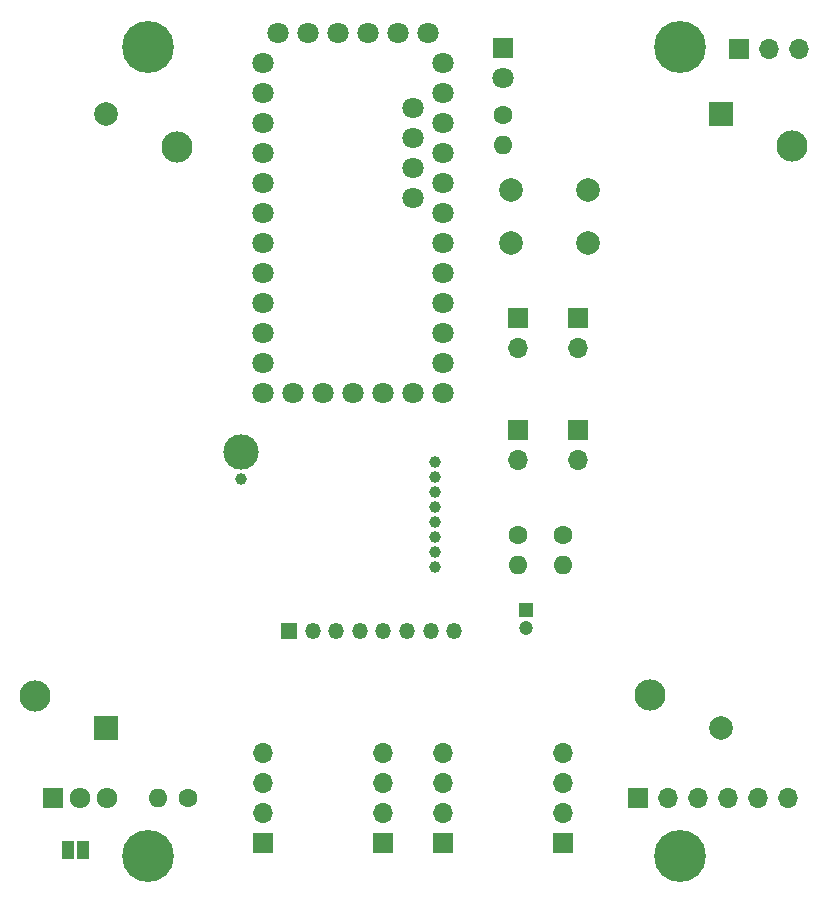
<source format=gbr>
%TF.GenerationSoftware,KiCad,Pcbnew,6.0.11-2627ca5db0~126~ubuntu22.04.1*%
%TF.CreationDate,2023-07-24T11:19:01+02:00*%
%TF.ProjectId,HB-UNI-SEN-BATT_E07-868MS10_FUEL4EP,48422d55-4e49-42d5-9345-4e2d42415454,1.2*%
%TF.SameCoordinates,Original*%
%TF.FileFunction,Soldermask,Bot*%
%TF.FilePolarity,Negative*%
%FSLAX46Y46*%
G04 Gerber Fmt 4.6, Leading zero omitted, Abs format (unit mm)*
G04 Created by KiCad (PCBNEW 6.0.11-2627ca5db0~126~ubuntu22.04.1) date 2023-07-24 11:19:01*
%MOMM*%
%LPD*%
G01*
G04 APERTURE LIST*
%ADD10C,1.800000*%
%ADD11R,1.800000X1.800000*%
%ADD12O,1.700000X1.700000*%
%ADD13R,1.700000X1.700000*%
%ADD14R,2.000000X2.000000*%
%ADD15C,2.000000*%
%ADD16C,2.640000*%
%ADD17C,1.200000*%
%ADD18R,1.200000X1.200000*%
%ADD19O,1.600000X1.600000*%
%ADD20C,1.600000*%
%ADD21O,1.717500X1.800000*%
%ADD22R,1.717500X1.800000*%
%ADD23R,1.000000X1.500000*%
%ADD24C,1.000000*%
%ADD25C,3.000000*%
%ADD26C,0.700000*%
%ADD27C,4.400000*%
%ADD28O,1.350000X1.350000*%
%ADD29R,1.350000X1.350000*%
G04 APERTURE END LIST*
D10*
%TO.C,D1*%
X46050000Y-6820000D03*
D11*
X46050000Y-4280000D03*
%TD*%
D12*
%TO.C,J1*%
X47320000Y-39205000D03*
D13*
X47320000Y-36665000D03*
%TD*%
D12*
%TO.C,J2*%
X52400000Y-39205000D03*
D13*
X52400000Y-36665000D03*
%TD*%
D12*
%TO.C,J7*%
X35890000Y-63970000D03*
X35890000Y-66510000D03*
X35890000Y-69050000D03*
D13*
X35890000Y-71590000D03*
%TD*%
D14*
%TO.C,BT1*%
X64490000Y-9860000D03*
D15*
X64490000Y-61850000D03*
D16*
X58495000Y-59090000D03*
X70485000Y-12610000D03*
%TD*%
D12*
%TO.C,J3*%
X47320000Y-29680000D03*
D13*
X47320000Y-27140000D03*
%TD*%
D12*
%TO.C,J4*%
X52400000Y-29680000D03*
D13*
X52400000Y-27140000D03*
%TD*%
D12*
%TO.C,J5*%
X70180000Y-67780000D03*
X67640000Y-67780000D03*
X65100000Y-67780000D03*
X62560000Y-67780000D03*
X60020000Y-67780000D03*
D13*
X57480000Y-67780000D03*
%TD*%
D12*
%TO.C,J6*%
X25730000Y-63970000D03*
X25730000Y-66510000D03*
X25730000Y-69050000D03*
D13*
X25730000Y-71590000D03*
%TD*%
D17*
%TO.C,C1*%
X47955000Y-53405000D03*
D18*
X47955000Y-51905000D03*
%TD*%
D19*
%TO.C,R4*%
X51130000Y-48095000D03*
D20*
X51130000Y-45555000D03*
%TD*%
D19*
%TO.C,R5*%
X47320000Y-48095000D03*
D20*
X47320000Y-45555000D03*
%TD*%
D19*
%TO.C,R1*%
X46050000Y-12535000D03*
D20*
X46050000Y-9995000D03*
%TD*%
D19*
%TO.C,R3*%
X16840000Y-67780000D03*
D20*
X19380000Y-67780000D03*
%TD*%
D21*
%TO.C,Q1*%
X12530000Y-67780000D03*
X10240000Y-67780000D03*
D22*
X7950000Y-67780000D03*
%TD*%
D12*
%TO.C,J9*%
X51130000Y-63970000D03*
X51130000Y-66510000D03*
X51130000Y-69050000D03*
D13*
X51130000Y-71590000D03*
%TD*%
D12*
%TO.C,J10*%
X71069000Y-4343500D03*
X68529000Y-4343500D03*
D13*
X65989000Y-4343500D03*
%TD*%
D23*
%TO.C,JP1*%
X9200000Y-72225000D03*
X10500000Y-72225000D03*
%TD*%
D10*
%TO.C,Module2*%
X39700000Y-3010000D03*
X37160000Y-3010000D03*
X34620000Y-3010000D03*
X32080000Y-3010000D03*
X29540000Y-3010000D03*
X27000000Y-3010000D03*
X28270000Y-33490000D03*
X30810000Y-33490000D03*
X33350000Y-33490000D03*
X38430000Y-14440000D03*
X38430000Y-16980000D03*
X25730000Y-33490000D03*
X25730000Y-30950000D03*
X25730000Y-28410000D03*
X25730000Y-25870000D03*
X25730000Y-23330000D03*
X25730000Y-20790000D03*
X25730000Y-18250000D03*
X25730000Y-15710000D03*
X25730000Y-13170000D03*
X25730000Y-10630000D03*
X25730000Y-8090000D03*
X25730000Y-5550000D03*
X40970000Y-5550000D03*
X40970000Y-8090000D03*
X40970000Y-10630000D03*
X40970000Y-13170000D03*
X40970000Y-15710000D03*
X40970000Y-18250000D03*
X40970000Y-20790000D03*
X40970000Y-23330000D03*
X40970000Y-25870000D03*
X40970000Y-28410000D03*
X40970000Y-30950000D03*
X40970000Y-33490000D03*
X38430000Y-33490000D03*
X35890000Y-33490000D03*
X38430000Y-11900000D03*
X38430000Y-9360000D03*
%TD*%
D24*
%TO.C,Module1*%
X40260000Y-39310000D03*
X40260000Y-40580000D03*
X40260000Y-41850000D03*
X40260000Y-43120000D03*
X40260000Y-44390000D03*
X40260000Y-45660000D03*
X40260000Y-46930000D03*
D25*
X23800000Y-38470000D03*
D24*
X40260000Y-48200000D03*
X23800000Y-40750000D03*
%TD*%
D15*
%TO.C,SW1*%
X53185000Y-20845000D03*
X46685000Y-20845000D03*
X53185000Y-16345000D03*
X46685000Y-16345000D03*
%TD*%
D12*
%TO.C,J8*%
X40970000Y-63970000D03*
X40970000Y-66510000D03*
X40970000Y-69050000D03*
D13*
X40970000Y-71590000D03*
%TD*%
D26*
%TO.C,H2*%
X62272800Y-2977200D03*
X61000000Y-2450000D03*
X59727200Y-2977200D03*
X59200000Y-4250000D03*
X59727200Y-5522800D03*
X61000000Y-6050000D03*
X62272800Y-5522800D03*
X62800000Y-4250000D03*
D27*
X61000000Y-4250000D03*
%TD*%
D26*
%TO.C,H4*%
X62272800Y-71477200D03*
X61000000Y-70950000D03*
X59727200Y-71477200D03*
X59200000Y-72750000D03*
X59727200Y-74022800D03*
X61000000Y-74550000D03*
X62272800Y-74022800D03*
X62800000Y-72750000D03*
D27*
X61000000Y-72750000D03*
%TD*%
D26*
%TO.C,H1*%
X17272800Y-2977200D03*
X16000000Y-2450000D03*
X14727200Y-2977200D03*
X14200000Y-4250000D03*
X14727200Y-5522800D03*
X16000000Y-6050000D03*
X17272800Y-5522800D03*
X17800000Y-4250000D03*
D27*
X16000000Y-4250000D03*
%TD*%
D26*
%TO.C,H3*%
X17272800Y-71477200D03*
X16000000Y-70950000D03*
X14727200Y-71477200D03*
X14200000Y-72750000D03*
X14727200Y-74022800D03*
X16000000Y-74550000D03*
X17272800Y-74022800D03*
X17800000Y-72750000D03*
D27*
X16000000Y-72750000D03*
%TD*%
D28*
%TO.C,J11*%
X41901700Y-53670300D03*
X39901700Y-53670300D03*
X37901700Y-53670300D03*
X35901700Y-53670300D03*
X33901700Y-53670300D03*
X31901700Y-53670300D03*
X29901700Y-53670300D03*
D29*
X27901700Y-53670300D03*
%TD*%
D14*
%TO.C,BT2*%
X12420000Y-61900000D03*
D15*
X12420000Y-9910000D03*
D16*
X18415000Y-12670000D03*
X6425000Y-59150000D03*
%TD*%
M02*

</source>
